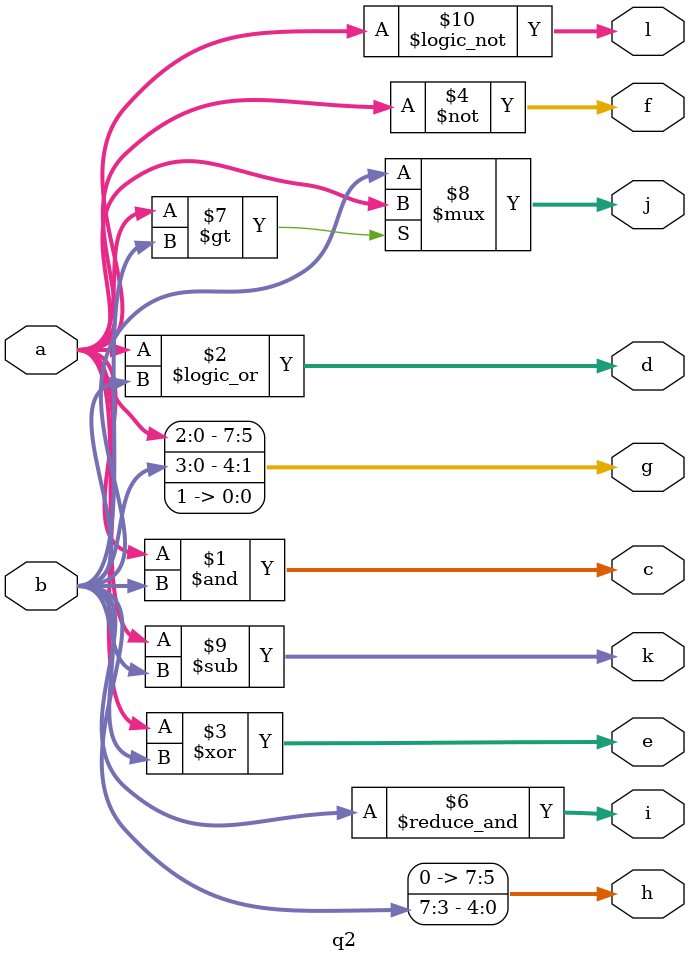
<source format=v>
`timescale 1ns / 1ps

module q2( 
    input  [7:0]        a, b, 
    output [7:0]        c, d, e, f, g, h, i, j, k, l
); 
assign c = a & b; 
assign d = a || b; 
assign e = a ^ b; 
assign f = ~a; 
assign g = {a[2:0], b[3:0], {1'b1}}; 
assign h = b >>> 3; 
assign i = &b; 
assign j = (a > b) ? a : b; 
assign k = a - b; 
assign l = !a;
endmodule
</source>
